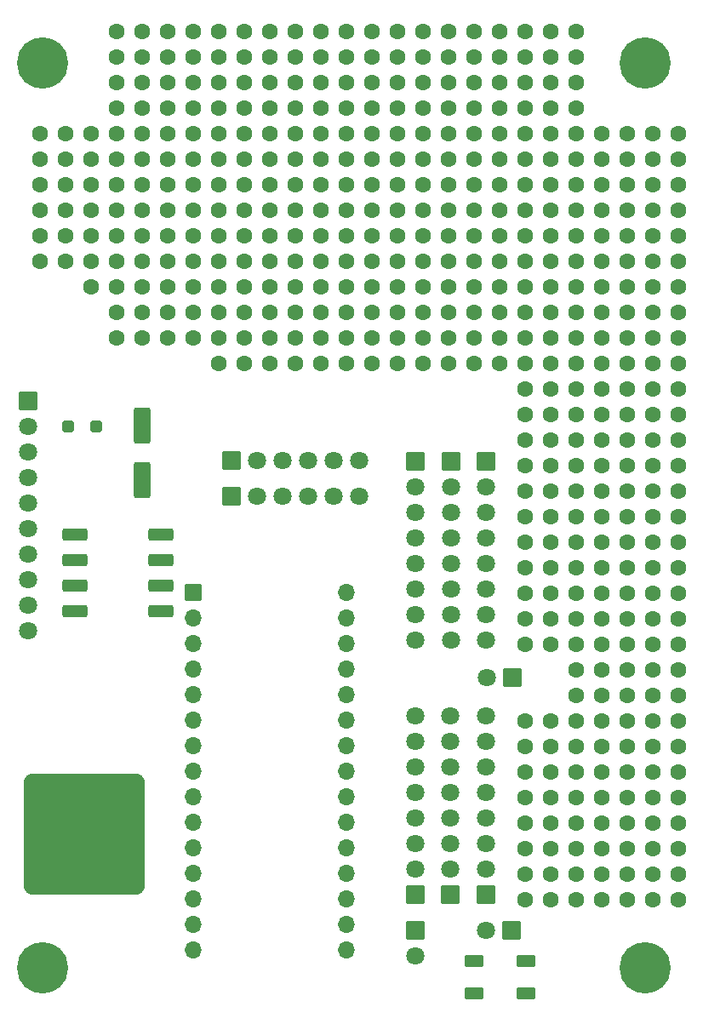
<source format=gbr>
%TF.GenerationSoftware,KiCad,Pcbnew,9.0.1*%
%TF.CreationDate,2025-05-07T09:52:16-04:00*%
%TF.ProjectId,BREAD_Slice_headerProto,42524541-445f-4536-9c69-63655f686561,rev?*%
%TF.SameCoordinates,PX74eba40PY8552dc0*%
%TF.FileFunction,Soldermask,Top*%
%TF.FilePolarity,Negative*%
%FSLAX46Y46*%
G04 Gerber Fmt 4.6, Leading zero omitted, Abs format (unit mm)*
G04 Created by KiCad (PCBNEW 9.0.1) date 2025-05-07 09:52:16*
%MOMM*%
%LPD*%
G01*
G04 APERTURE LIST*
G04 Aperture macros list*
%AMRoundRect*
0 Rectangle with rounded corners*
0 $1 Rounding radius*
0 $2 $3 $4 $5 $6 $7 $8 $9 X,Y pos of 4 corners*
0 Add a 4 corners polygon primitive as box body*
4,1,4,$2,$3,$4,$5,$6,$7,$8,$9,$2,$3,0*
0 Add four circle primitives for the rounded corners*
1,1,$1+$1,$2,$3*
1,1,$1+$1,$4,$5*
1,1,$1+$1,$6,$7*
1,1,$1+$1,$8,$9*
0 Add four rect primitives between the rounded corners*
20,1,$1+$1,$2,$3,$4,$5,0*
20,1,$1+$1,$4,$5,$6,$7,0*
20,1,$1+$1,$6,$7,$8,$9,0*
20,1,$1+$1,$8,$9,$2,$3,0*%
G04 Aperture macros list end*
%ADD10RoundRect,0.050000X-0.850000X-0.850000X0.850000X-0.850000X0.850000X0.850000X-0.850000X0.850000X0*%
%ADD11C,1.800000*%
%ADD12RoundRect,0.265625X-0.584375X1.534375X-0.584375X-1.534375X0.584375X-1.534375X0.584375X1.534375X0*%
%ADD13C,5.100000*%
%ADD14RoundRect,0.272727X0.327273X0.327273X-0.327273X0.327273X-0.327273X-0.327273X0.327273X-0.327273X0*%
%ADD15RoundRect,0.101600X-0.825500X-0.500000X0.825500X-0.500000X0.825500X0.500000X-0.825500X0.500000X0*%
%ADD16RoundRect,0.050000X-0.800000X-0.800000X0.800000X-0.800000X0.800000X0.800000X-0.800000X0.800000X0*%
%ADD17O,1.700000X1.700000*%
%ADD18RoundRect,0.050000X0.850000X-0.850000X0.850000X0.850000X-0.850000X0.850000X-0.850000X-0.850000X0*%
%ADD19RoundRect,0.050000X-0.850000X0.850000X-0.850000X-0.850000X0.850000X-0.850000X0.850000X0.850000X0*%
%ADD20RoundRect,0.050000X0.850000X0.850000X-0.850000X0.850000X-0.850000X-0.850000X0.850000X-0.850000X0*%
%ADD21RoundRect,0.272321X0.997679X0.337679X-0.997679X0.337679X-0.997679X-0.337679X0.997679X-0.337679X0*%
%ADD22RoundRect,1.008333X-5.041667X-5.041667X5.041667X-5.041667X5.041667X5.041667X-5.041667X5.041667X0*%
%ADD23C,1.600000*%
G04 APERTURE END LIST*
D10*
%TO.C,J7*%
X45620000Y55440000D03*
D11*
X45620000Y52900000D03*
X45620000Y50360000D03*
X45620000Y47820000D03*
X45620000Y45280000D03*
X45620000Y42740000D03*
X45620000Y40200000D03*
X45620000Y37660000D03*
%TD*%
D12*
%TO.C,*%
X14900000Y53525000D03*
%TD*%
D13*
%TO.C,H2*%
X5000000Y5000000D03*
%TD*%
D14*
%TO.C,D1*%
X10350000Y58900000D03*
X7550000Y58900000D03*
%TD*%
D12*
%TO.C,C5*%
X14900000Y58925000D03*
X14900000Y53525000D03*
%TD*%
D15*
%TO.C,D2*%
X47923000Y5667231D03*
X47923000Y2467231D03*
X53077000Y2467231D03*
X53077000Y5667231D03*
%TD*%
D16*
%TO.C,A1*%
X20010000Y42360000D03*
D17*
X20010000Y39820000D03*
X20010000Y37280000D03*
X20010000Y34740000D03*
X20010000Y32200000D03*
X20010000Y29660000D03*
X20010000Y27120000D03*
X20010000Y24580000D03*
X20010000Y22040000D03*
X20010000Y19500000D03*
X20010000Y16960000D03*
X20010000Y14420000D03*
X20010000Y11880000D03*
X20010000Y9340000D03*
X20010000Y6800000D03*
X35250000Y6800000D03*
X35250000Y9340000D03*
X35250000Y11880000D03*
X35250000Y14420000D03*
X35250000Y16960000D03*
X35250000Y19500000D03*
X35250000Y22040000D03*
X35250000Y24580000D03*
X35250000Y27120000D03*
X35250000Y29660000D03*
X35250000Y32200000D03*
X35250000Y34740000D03*
X35250000Y37280000D03*
X35250000Y39820000D03*
X35250000Y42360000D03*
%TD*%
D10*
%TO.C,J1*%
X42070000Y8750000D03*
D11*
X42070000Y6210000D03*
%TD*%
D13*
%TO.C,H4*%
X65000000Y5000000D03*
%TD*%
D18*
%TO.C,J6*%
X23830000Y51930000D03*
D11*
X26370000Y51930000D03*
X28910000Y51930000D03*
X31450000Y51930000D03*
X33990000Y51930000D03*
X36530000Y51930000D03*
%TD*%
D13*
%TO.C,H1*%
X5000000Y95000000D03*
%TD*%
D19*
%TO.C,J2*%
X51730000Y33920000D03*
D11*
X49190000Y33920000D03*
%TD*%
D10*
%TO.C,J4*%
X42080000Y55440000D03*
D11*
X42080000Y52900000D03*
X42080000Y50360000D03*
X42080000Y47820000D03*
X42080000Y45280000D03*
X42080000Y42740000D03*
X42080000Y40200000D03*
X42080000Y37660000D03*
%TD*%
D10*
%TO.C,J10*%
X49160000Y55440000D03*
D11*
X49160000Y52900000D03*
X49160000Y50360000D03*
X49160000Y47820000D03*
X49160000Y45280000D03*
X49160000Y42740000D03*
X49160000Y40200000D03*
X49160000Y37660000D03*
%TD*%
D19*
%TO.C,J3*%
X51700000Y8710000D03*
D11*
X49160000Y8710000D03*
%TD*%
D10*
%TO.C,J12*%
X3600000Y61450000D03*
D11*
X3600000Y58910000D03*
X3600000Y56370000D03*
X3600000Y53830000D03*
X3600000Y51290000D03*
X3600000Y48750000D03*
X3600000Y46210000D03*
X3600000Y43670000D03*
X3600000Y41130000D03*
X3600000Y38590000D03*
%TD*%
D20*
%TO.C,J8*%
X45610000Y12310000D03*
D11*
X45610000Y14850000D03*
X45610000Y17390000D03*
X45610000Y19930000D03*
X45610000Y22470000D03*
X45610000Y25010000D03*
X45610000Y27550000D03*
X45610000Y30090000D03*
%TD*%
D21*
%TO.C,SW1*%
X16810000Y40505000D03*
X16810000Y43045000D03*
X16810000Y45585000D03*
X16810000Y48125000D03*
X8200000Y48125000D03*
X8200000Y45585000D03*
X8200000Y43045000D03*
X8200000Y40505000D03*
%TD*%
D13*
%TO.C,H3*%
X65000000Y95000000D03*
%TD*%
D20*
%TO.C,J11*%
X49150000Y12310000D03*
D11*
X49150000Y14850000D03*
X49150000Y17390000D03*
X49150000Y19930000D03*
X49150000Y22470000D03*
X49150000Y25010000D03*
X49150000Y27550000D03*
X49150000Y30090000D03*
%TD*%
D18*
%TO.C,J9*%
X23830000Y55470000D03*
D11*
X26370000Y55470000D03*
X28910000Y55470000D03*
X31450000Y55470000D03*
X33990000Y55470000D03*
X36530000Y55470000D03*
%TD*%
D20*
%TO.C,J5*%
X42070000Y12310000D03*
D11*
X42070000Y14850000D03*
X42070000Y17390000D03*
X42070000Y19930000D03*
X42070000Y22470000D03*
X42070000Y25010000D03*
X42070000Y27550000D03*
X42070000Y30090000D03*
%TD*%
D22*
%TO.C,HS1*%
X9200000Y18350000D03*
%TD*%
D23*
X65720000Y44780000D03*
X50480000Y87960000D03*
X25080000Y75260000D03*
X58100000Y95580000D03*
X58100000Y70180000D03*
X37780000Y70180000D03*
X68260000Y14300000D03*
X45400000Y90500000D03*
X68260000Y47320000D03*
X60640000Y37160000D03*
X9860000Y75280000D03*
X68260000Y39700000D03*
X7320000Y75280000D03*
X37780000Y65100000D03*
X32700000Y85420000D03*
X53020000Y42240000D03*
X65720000Y42240000D03*
X60640000Y44780000D03*
X47940000Y67640000D03*
X37780000Y98120000D03*
X68260000Y49860000D03*
X22540000Y65100000D03*
X20000000Y82880000D03*
X22540000Y87960000D03*
X35240000Y65100000D03*
X45400000Y77800000D03*
X58100000Y75260000D03*
X45400000Y72720000D03*
X12380000Y90500000D03*
X47940000Y98120000D03*
X68260000Y85420000D03*
X42860000Y85420000D03*
X65720000Y47320000D03*
X63180000Y75260000D03*
X68260000Y27000000D03*
X60640000Y49860000D03*
X17460000Y77800000D03*
X22540000Y90500000D03*
X58100000Y65100000D03*
X30160000Y98120000D03*
X47940000Y77800000D03*
X40320000Y98120000D03*
X20000000Y95580000D03*
X63180000Y85420000D03*
X60640000Y21920000D03*
X9860000Y82900000D03*
X25080000Y72720000D03*
X32700000Y80340000D03*
X63180000Y19380000D03*
X68260000Y32080000D03*
X32700000Y77800000D03*
X32700000Y98120000D03*
X17460000Y87960000D03*
X50480000Y90500000D03*
X65720000Y85420000D03*
X63180000Y77800000D03*
X32700000Y95580000D03*
X27620000Y67640000D03*
X58100000Y60020000D03*
X30160000Y82880000D03*
X65720000Y75260000D03*
X4780000Y77820000D03*
X55560000Y85420000D03*
X27620000Y72720000D03*
X53020000Y29540000D03*
X60640000Y14300000D03*
X32700000Y82880000D03*
X63180000Y87960000D03*
X35240000Y87960000D03*
X63180000Y57480000D03*
X20000000Y80340000D03*
X58100000Y34620000D03*
X63180000Y11760000D03*
X50480000Y65100000D03*
X65720000Y60020000D03*
X32700000Y70180000D03*
X55560000Y11760000D03*
X68260000Y52400000D03*
X65720000Y70180000D03*
X30160000Y70180000D03*
X20000000Y93040000D03*
X50480000Y72720000D03*
X47940000Y70180000D03*
X25080000Y67640000D03*
X53020000Y98120000D03*
X27620000Y93040000D03*
X55560000Y14300000D03*
X30160000Y77800000D03*
X45400000Y98120000D03*
X68260000Y70180000D03*
X63180000Y62560000D03*
X20000000Y77800000D03*
X47940000Y80340000D03*
X58100000Y11760000D03*
X65720000Y19380000D03*
X47940000Y95580000D03*
X65720000Y54940000D03*
X40320000Y67640000D03*
X45400000Y75260000D03*
X58100000Y87960000D03*
X65720000Y27000000D03*
X55560000Y27000000D03*
X68260000Y87960000D03*
X42860000Y65100000D03*
X63180000Y80340000D03*
X40320000Y70180000D03*
X58100000Y93040000D03*
X27620000Y82880000D03*
X7320000Y85440000D03*
X14920000Y82880000D03*
X60640000Y39700000D03*
X58100000Y98120000D03*
X25080000Y70180000D03*
X58100000Y16840000D03*
X42860000Y90500000D03*
X68260000Y37160000D03*
X68260000Y67640000D03*
X55560000Y44780000D03*
X58100000Y49860000D03*
X4780000Y82900000D03*
X60640000Y29540000D03*
X55560000Y75260000D03*
X47940000Y90500000D03*
X42860000Y95580000D03*
X68260000Y72720000D03*
X30160000Y67640000D03*
X40320000Y80340000D03*
X65720000Y72720000D03*
X68260000Y11760000D03*
X53020000Y87960000D03*
X60640000Y72720000D03*
X40320000Y93040000D03*
X68260000Y80340000D03*
X20000000Y85420000D03*
X37780000Y82880000D03*
X32700000Y87960000D03*
X47940000Y82880000D03*
X63180000Y52400000D03*
X65720000Y16840000D03*
X55560000Y62560000D03*
X42860000Y98120000D03*
X32700000Y67640000D03*
X12380000Y67640000D03*
X17460000Y98120000D03*
X14920000Y90500000D03*
X60640000Y32080000D03*
X12380000Y75260000D03*
X45400000Y70180000D03*
X55560000Y19380000D03*
X63180000Y54940000D03*
X55560000Y52400000D03*
X68260000Y16840000D03*
X45400000Y65100000D03*
X53020000Y93040000D03*
X53020000Y21920000D03*
X17460000Y90500000D03*
X32700000Y65100000D03*
X58100000Y77800000D03*
X50480000Y75260000D03*
X9860000Y87980000D03*
X50480000Y93040000D03*
X40320000Y95580000D03*
X60640000Y24460000D03*
X35240000Y72720000D03*
X30160000Y87960000D03*
X63180000Y39700000D03*
X25080000Y90500000D03*
X63180000Y27000000D03*
X40320000Y77800000D03*
X50480000Y70180000D03*
X55560000Y67640000D03*
X60640000Y85420000D03*
X42860000Y72720000D03*
X42860000Y67640000D03*
X55560000Y16840000D03*
X53020000Y47320000D03*
X47940000Y93040000D03*
X42860000Y75260000D03*
X60640000Y70180000D03*
X45400000Y85420000D03*
X17460000Y93040000D03*
X63180000Y24460000D03*
X68260000Y42240000D03*
X63180000Y65100000D03*
X37780000Y95580000D03*
X58100000Y62560000D03*
X63180000Y67640000D03*
X37780000Y72720000D03*
X7320000Y87980000D03*
X63180000Y70180000D03*
X25080000Y80340000D03*
X12380000Y85420000D03*
X45400000Y82880000D03*
X55560000Y65100000D03*
X65720000Y24460000D03*
X68260000Y44780000D03*
X53020000Y16840000D03*
X53020000Y57480000D03*
X53020000Y19380000D03*
X68260000Y75260000D03*
X35240000Y75260000D03*
X40320000Y82880000D03*
X40320000Y72720000D03*
X17460000Y80340000D03*
X60640000Y87960000D03*
X63180000Y16840000D03*
X63180000Y14300000D03*
X14920000Y75260000D03*
X14920000Y95580000D03*
X65720000Y82880000D03*
X58100000Y85420000D03*
X12380000Y98120000D03*
X58100000Y19380000D03*
X22540000Y85420000D03*
X60640000Y11760000D03*
X50480000Y82880000D03*
X58100000Y29540000D03*
X9860000Y85440000D03*
X45400000Y95580000D03*
X25080000Y82880000D03*
X4780000Y75280000D03*
X37780000Y93040000D03*
X20000000Y67640000D03*
X40320000Y65100000D03*
X25080000Y95580000D03*
X53020000Y75260000D03*
X30160000Y72720000D03*
X42860000Y70180000D03*
X35240000Y85420000D03*
X14920000Y85420000D03*
X35240000Y82880000D03*
X58100000Y44780000D03*
X63180000Y60020000D03*
X53020000Y52400000D03*
X32700000Y93040000D03*
X30160000Y75260000D03*
X35240000Y98120000D03*
X40320000Y75260000D03*
X22540000Y77800000D03*
X65720000Y57480000D03*
X12380000Y77800000D03*
X35240000Y77800000D03*
X58100000Y82880000D03*
X65720000Y52400000D03*
X35240000Y95580000D03*
X68260000Y60020000D03*
X58100000Y72720000D03*
X47940000Y87960000D03*
X22540000Y67640000D03*
X47940000Y75260000D03*
X12380000Y80340000D03*
X22540000Y82880000D03*
X65720000Y49860000D03*
X47940000Y72720000D03*
X27620000Y98120000D03*
X53020000Y49860000D03*
X68260000Y62560000D03*
X22540000Y80340000D03*
X27620000Y87960000D03*
X20000000Y75260000D03*
X60640000Y54940000D03*
X50480000Y85420000D03*
X12380000Y82880000D03*
X65720000Y65100000D03*
X55560000Y49860000D03*
X53020000Y70180000D03*
X20000000Y98120000D03*
X55560000Y70180000D03*
X53020000Y44780000D03*
X53020000Y24460000D03*
X53020000Y72720000D03*
X55560000Y37160000D03*
X37780000Y90500000D03*
X65720000Y80340000D03*
X42860000Y82880000D03*
X14920000Y80340000D03*
X27620000Y80340000D03*
X53020000Y60020000D03*
X27620000Y70180000D03*
X47940000Y85420000D03*
X68260000Y24460000D03*
X55560000Y77800000D03*
X65720000Y67640000D03*
X55560000Y39700000D03*
X58100000Y42240000D03*
X65720000Y39700000D03*
X45400000Y80340000D03*
X63180000Y82880000D03*
X30160000Y80340000D03*
X53020000Y67640000D03*
X60640000Y16840000D03*
X50480000Y67640000D03*
X17460000Y95580000D03*
X65720000Y87960000D03*
X35240000Y70180000D03*
X63180000Y49860000D03*
X58100000Y47320000D03*
X27620000Y75260000D03*
X55560000Y87960000D03*
X12380000Y95580000D03*
X12380000Y72720000D03*
X63180000Y72720000D03*
X68260000Y54940000D03*
X25080000Y93040000D03*
X53020000Y37160000D03*
X53020000Y54940000D03*
X58100000Y39700000D03*
X40320000Y85420000D03*
X58100000Y54940000D03*
X53020000Y39700000D03*
X4780000Y87980000D03*
X50480000Y80340000D03*
X20000000Y90500000D03*
X50480000Y77800000D03*
X60640000Y19380000D03*
X53020000Y62560000D03*
X60640000Y77800000D03*
X55560000Y21920000D03*
X53020000Y65100000D03*
X55560000Y60020000D03*
X60640000Y65100000D03*
X63180000Y32080000D03*
X45400000Y93040000D03*
X30160000Y65100000D03*
X17460000Y85420000D03*
X27620000Y65100000D03*
X9860000Y80360000D03*
X45400000Y87960000D03*
X55560000Y80340000D03*
X58100000Y80340000D03*
X55560000Y90500000D03*
X22540000Y70180000D03*
X22540000Y95580000D03*
X65720000Y21920000D03*
X60640000Y60020000D03*
X60640000Y82880000D03*
X63180000Y29540000D03*
X68260000Y82880000D03*
X58100000Y67640000D03*
X42860000Y80340000D03*
X22540000Y75260000D03*
X14920000Y70180000D03*
X65720000Y37160000D03*
X60640000Y27000000D03*
X53020000Y82880000D03*
X7320000Y82900000D03*
X35240000Y93040000D03*
X7320000Y77820000D03*
X68260000Y19380000D03*
X14920000Y67640000D03*
X42860000Y77800000D03*
X58100000Y32080000D03*
X60640000Y34620000D03*
X63180000Y37160000D03*
X12380000Y93040000D03*
X53020000Y27000000D03*
X60640000Y80340000D03*
X25080000Y87960000D03*
X53020000Y14300000D03*
X4780000Y85440000D03*
X14920000Y72720000D03*
X53020000Y80340000D03*
X32700000Y90500000D03*
X47940000Y65100000D03*
X14920000Y93040000D03*
X12380000Y87960000D03*
X65720000Y29540000D03*
X58100000Y90500000D03*
X4780000Y80360000D03*
X68260000Y65100000D03*
X40320000Y87960000D03*
X65720000Y14300000D03*
X63180000Y21920000D03*
X37780000Y85420000D03*
X65720000Y32080000D03*
X27620000Y90500000D03*
X55560000Y42240000D03*
X55560000Y72720000D03*
X58100000Y14300000D03*
X55560000Y24460000D03*
X37780000Y75260000D03*
X63180000Y42240000D03*
X55560000Y29540000D03*
X63180000Y44780000D03*
X68260000Y34620000D03*
X17460000Y82880000D03*
X35240000Y90500000D03*
X60640000Y75260000D03*
X22540000Y98120000D03*
X32700000Y72720000D03*
X53020000Y11760000D03*
X45400000Y67640000D03*
X14920000Y77800000D03*
X55560000Y93040000D03*
X63180000Y34620000D03*
X37780000Y87960000D03*
X63180000Y47320000D03*
X50480000Y95580000D03*
X25080000Y77800000D03*
X58100000Y37160000D03*
X60640000Y47320000D03*
X27620000Y77800000D03*
X42860000Y87960000D03*
X9860000Y72740000D03*
X20000000Y87960000D03*
X58100000Y52400000D03*
X30160000Y95580000D03*
X60640000Y42240000D03*
X17460000Y70180000D03*
X25080000Y65100000D03*
X42860000Y93040000D03*
X27620000Y95580000D03*
X37780000Y67640000D03*
X68260000Y21920000D03*
X37780000Y77800000D03*
X53020000Y77800000D03*
X30160000Y93040000D03*
X58100000Y57480000D03*
X35240000Y80340000D03*
X58100000Y24460000D03*
X53020000Y95580000D03*
X55560000Y47320000D03*
X17460000Y72720000D03*
X55560000Y82880000D03*
X30160000Y85420000D03*
X55560000Y54940000D03*
X65720000Y77800000D03*
X65720000Y62560000D03*
X14920000Y98120000D03*
X58100000Y21920000D03*
X35240000Y67640000D03*
X20000000Y72720000D03*
X60640000Y57480000D03*
X65720000Y34620000D03*
X58100000Y27000000D03*
X60640000Y52400000D03*
X22540000Y72720000D03*
X9860000Y77820000D03*
X7320000Y80360000D03*
X25080000Y98120000D03*
X22540000Y93040000D03*
X50480000Y98120000D03*
X60640000Y62560000D03*
X37780000Y80340000D03*
X68260000Y77800000D03*
X30160000Y90500000D03*
X17460000Y67640000D03*
X25080000Y85420000D03*
X27620000Y85420000D03*
X55560000Y95580000D03*
X40320000Y90500000D03*
X65720000Y11760000D03*
X17460000Y75260000D03*
X32700000Y75260000D03*
X55560000Y57480000D03*
X53020000Y90500000D03*
X68260000Y29540000D03*
X55560000Y98120000D03*
X53020000Y85420000D03*
X12380000Y70180000D03*
X60640000Y67640000D03*
X14920000Y87960000D03*
X20000000Y70180000D03*
X68260000Y57480000D03*
M02*

</source>
